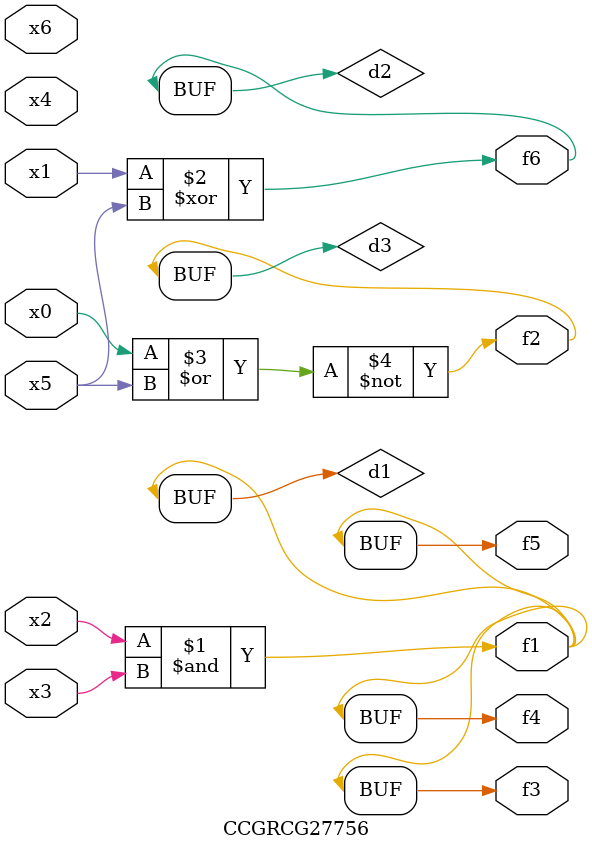
<source format=v>
module CCGRCG27756(
	input x0, x1, x2, x3, x4, x5, x6,
	output f1, f2, f3, f4, f5, f6
);

	wire d1, d2, d3;

	and (d1, x2, x3);
	xor (d2, x1, x5);
	nor (d3, x0, x5);
	assign f1 = d1;
	assign f2 = d3;
	assign f3 = d1;
	assign f4 = d1;
	assign f5 = d1;
	assign f6 = d2;
endmodule

</source>
